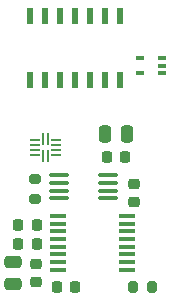
<source format=gbr>
%TF.GenerationSoftware,KiCad,Pcbnew,9.0.2*%
%TF.CreationDate,2025-07-02T09:28:49-04:00*%
%TF.ProjectId,strain-gauge,73747261-696e-42d6-9761-7567652e6b69,rev?*%
%TF.SameCoordinates,Original*%
%TF.FileFunction,Paste,Top*%
%TF.FilePolarity,Positive*%
%FSLAX46Y46*%
G04 Gerber Fmt 4.6, Leading zero omitted, Abs format (unit mm)*
G04 Created by KiCad (PCBNEW 9.0.2) date 2025-07-02 09:28:49*
%MOMM*%
%LPD*%
G01*
G04 APERTURE LIST*
G04 Aperture macros list*
%AMRoundRect*
0 Rectangle with rounded corners*
0 $1 Rounding radius*
0 $2 $3 $4 $5 $6 $7 $8 $9 X,Y pos of 4 corners*
0 Add a 4 corners polygon primitive as box body*
4,1,4,$2,$3,$4,$5,$6,$7,$8,$9,$2,$3,0*
0 Add four circle primitives for the rounded corners*
1,1,$1+$1,$2,$3*
1,1,$1+$1,$4,$5*
1,1,$1+$1,$6,$7*
1,1,$1+$1,$8,$9*
0 Add four rect primitives between the rounded corners*
20,1,$1+$1,$2,$3,$4,$5,0*
20,1,$1+$1,$4,$5,$6,$7,0*
20,1,$1+$1,$6,$7,$8,$9,0*
20,1,$1+$1,$8,$9,$2,$3,0*%
G04 Aperture macros list end*
%ADD10RoundRect,0.100000X-0.712500X-0.100000X0.712500X-0.100000X0.712500X0.100000X-0.712500X0.100000X0*%
%ADD11RoundRect,0.225000X-0.225000X-0.250000X0.225000X-0.250000X0.225000X0.250000X-0.225000X0.250000X0*%
%ADD12R,1.473200X0.355600*%
%ADD13RoundRect,0.225000X0.250000X-0.225000X0.250000X0.225000X-0.250000X0.225000X-0.250000X-0.225000X0*%
%ADD14RoundRect,0.225000X0.225000X0.250000X-0.225000X0.250000X-0.225000X-0.250000X0.225000X-0.250000X0*%
%ADD15RoundRect,0.225000X-0.250000X0.225000X-0.250000X-0.225000X0.250000X-0.225000X0.250000X0.225000X0*%
%ADD16RoundRect,0.200000X-0.200000X-0.275000X0.200000X-0.275000X0.200000X0.275000X-0.200000X0.275000X0*%
%ADD17RoundRect,0.050000X-0.050000X0.475000X-0.050000X-0.475000X0.050000X-0.475000X0.050000X0.475000X0*%
%ADD18RoundRect,0.050000X-0.337500X0.050000X-0.337500X-0.050000X0.337500X-0.050000X0.337500X0.050000X0*%
%ADD19RoundRect,0.100000X0.225000X0.100000X-0.225000X0.100000X-0.225000X-0.100000X0.225000X-0.100000X0*%
%ADD20R,0.558800X1.460500*%
%ADD21RoundRect,0.200000X-0.275000X0.200000X-0.275000X-0.200000X0.275000X-0.200000X0.275000X0.200000X0*%
%ADD22RoundRect,0.250000X-0.250000X-0.475000X0.250000X-0.475000X0.250000X0.475000X-0.250000X0.475000X0*%
%ADD23RoundRect,0.250000X0.475000X-0.250000X0.475000X0.250000X-0.475000X0.250000X-0.475000X-0.250000X0*%
G04 APERTURE END LIST*
D10*
%TO.C,U5*%
X89887500Y-129775000D03*
X89887500Y-130425000D03*
X89887500Y-131075000D03*
X89887500Y-131725000D03*
X94112500Y-131725000D03*
X94112500Y-131075000D03*
X94112500Y-130425000D03*
X94112500Y-129775000D03*
%TD*%
D11*
%TO.C,C7*%
X93975000Y-128250000D03*
X95525000Y-128250000D03*
%TD*%
D12*
%TO.C,U1*%
X89829000Y-133225001D03*
X89829000Y-133874999D03*
X89829000Y-134525001D03*
X89829000Y-135174999D03*
X89829000Y-135824998D03*
X89829000Y-136474999D03*
X89829000Y-137124998D03*
X89829000Y-137774999D03*
X95671000Y-137774999D03*
X95671000Y-137125001D03*
X95671000Y-136474999D03*
X95671000Y-135825001D03*
X95671000Y-135175002D03*
X95671000Y-134525001D03*
X95671000Y-133875002D03*
X95671000Y-133225001D03*
%TD*%
D13*
%TO.C,C2*%
X88000000Y-138800000D03*
X88000000Y-137250000D03*
%TD*%
D14*
%TO.C,C4*%
X88025000Y-134000000D03*
X86475000Y-134000000D03*
%TD*%
D15*
%TO.C,C6*%
X96250000Y-130475000D03*
X96250000Y-132025000D03*
%TD*%
D16*
%TO.C,R2*%
X96175000Y-139250000D03*
X97825000Y-139250000D03*
%TD*%
D17*
%TO.C,U2*%
X88970435Y-126675565D03*
X88570435Y-126675565D03*
D18*
X87882935Y-126825565D03*
X87882935Y-127225565D03*
X87882935Y-127625565D03*
X87882935Y-128025565D03*
D17*
X88570435Y-128175565D03*
X88970435Y-128175565D03*
D18*
X89657935Y-128025565D03*
X89657935Y-127625565D03*
X89657935Y-127225565D03*
X89657935Y-126825565D03*
%TD*%
D19*
%TO.C,U4*%
X98650000Y-121150000D03*
X98650000Y-120500000D03*
X98650000Y-119850000D03*
X96750000Y-119850000D03*
X96750000Y-121150000D03*
%TD*%
D14*
%TO.C,C3*%
X88025000Y-135550000D03*
X86475000Y-135550000D03*
%TD*%
%TO.C,C5*%
X91275000Y-139250000D03*
X89725000Y-139250000D03*
%TD*%
D20*
%TO.C,U3*%
X87440000Y-121724150D03*
X88710000Y-121724150D03*
X89980000Y-121724150D03*
X91250000Y-121724150D03*
X92520000Y-121724150D03*
X93790000Y-121724150D03*
X95060000Y-121724150D03*
X95060000Y-116275850D03*
X93790000Y-116275850D03*
X92520000Y-116275850D03*
X91250000Y-116275850D03*
X89980000Y-116275850D03*
X88710000Y-116275850D03*
X87440000Y-116275850D03*
%TD*%
D21*
%TO.C,R1*%
X87862500Y-130100000D03*
X87862500Y-131750000D03*
%TD*%
D22*
%TO.C,C8*%
X93800000Y-126250000D03*
X95700000Y-126250000D03*
%TD*%
D23*
%TO.C,C1*%
X86000000Y-138975000D03*
X86000000Y-137075000D03*
%TD*%
M02*

</source>
